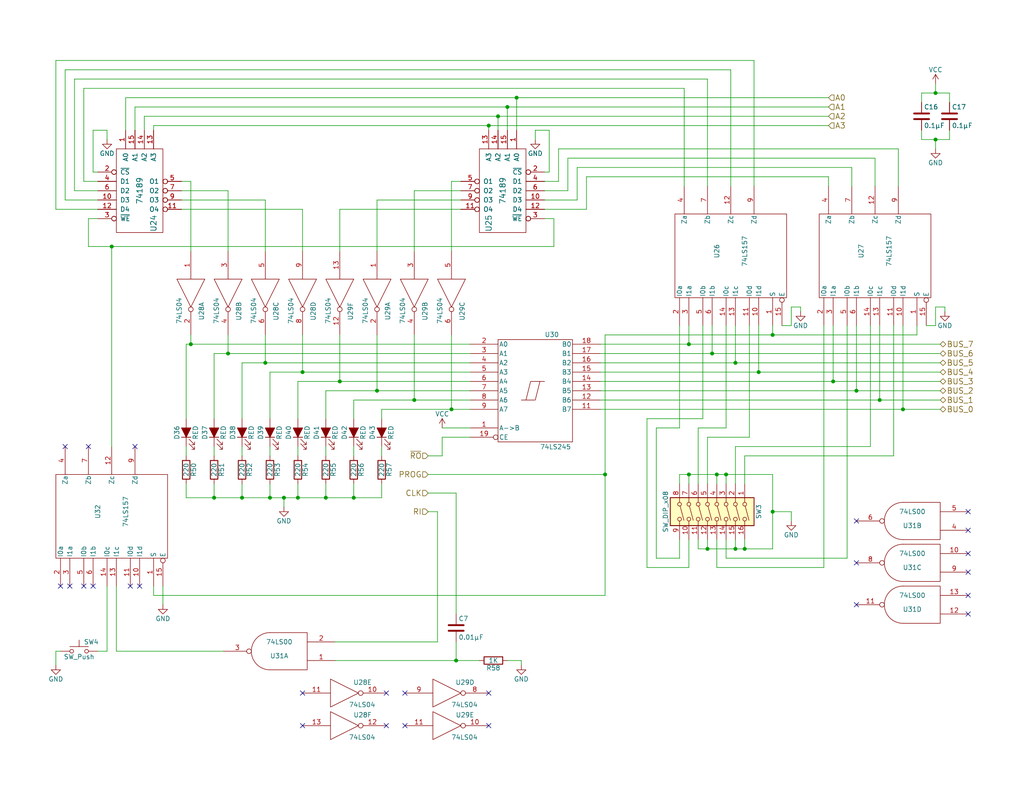
<source format=kicad_sch>
(kicad_sch (version 20230121) (generator eeschema)
  (paper "USLetter")
  (lib_symbols
    (symbol "8bit-computer-rescue:74189-8bit-computer-rescue" (pin_names (offset 1.016))
      (property "Reference" "U" (at 8.89 -3.81 0))
      (property "Value" "8bit-computer-rescue:74189" (at 0 0 0))
      (symbol "74189-8bit-computer-rescue_0_1"
        (rectangle (start -11.43 6.35) (end 11.43 -6.35))
      )
      (symbol "74189-8bit-computer-rescue_1_1"
        (pin input line (at -16.51 3.81 0) (length 5.08) (name "A0") (number "1"))
        (pin input line (at 2.54 11.43 270) (length 5.08) (name "D3") (number "10"))
        (pin output inverted (at 5.08 -11.43 90) (length 5.08) (name "O4") (number "11"))
        (pin input line (at 5.08 11.43 270) (length 5.08) (name "D4") (number "12"))
        (pin input line (at -16.51 -3.81 0) (length 5.08) (name "A3") (number "13"))
        (pin input line (at -16.51 -1.27 0) (length 5.08) (name "A2") (number "14"))
        (pin input line (at -16.51 1.27 0) (length 5.08) (name "A1") (number "15"))
        (pin power_in line (at 10.16 11.43 270) (length 5.08) hide (name "VCC") (number "16"))
        (pin input inverted (at -5.08 11.43 270) (length 5.08) (name "~{CS}") (number "2"))
        (pin input inverted (at 7.62 11.43 270) (length 5.08) (name "~{WE}") (number "3"))
        (pin input line (at -2.54 11.43 270) (length 5.08) (name "D1") (number "4"))
        (pin output inverted (at -2.54 -11.43 90) (length 5.08) (name "O1") (number "5"))
        (pin input line (at 0 11.43 270) (length 5.08) (name "D2") (number "6"))
        (pin output inverted (at 0 -11.43 90) (length 5.08) (name "O2") (number "7"))
        (pin power_in line (at 10.16 -11.43 90) (length 5.08) hide (name "GND") (number "8"))
        (pin output inverted (at 2.54 -11.43 90) (length 5.08) (name "O3") (number "9"))
      )
    )
    (symbol "8bit-computer-rescue:74LS00-8bit-computer-rescue" (pin_names (offset 0.762))
      (property "Reference" "U" (at 0 1.27 0))
      (property "Value" "8bit-computer-rescue:74LS00" (at 0 -2.54 0))
      (symbol "74LS00-8bit-computer-rescue_0_0"
        (pin power_in line (at -5.08 5.08 270) (length 0) hide (name "VCC") (number "14"))
        (pin power_in line (at -5.08 -5.08 90) (length 0) hide (name "GND") (number "7"))
      )
      (symbol "74LS00-8bit-computer-rescue_0_1"
        (polyline (pts (xy 2.54 5.08) (xy -7.62 5.08) (xy -7.62 -5.08) (xy 2.54 -5.08)))
        (arc (start 2.54 -5.08) (mid 7.5979 0) (end 2.54 5.08))
      )
      (symbol "74LS00-8bit-computer-rescue_0_2"
        (arc (start -7.62 -5.08) (mid -5.2253 0) (end -7.62 5.08))
        (arc (start 0 -5.08) (mid 4.5408 -3.6305) (end 7.62 0))
        (polyline (pts (xy -7.62 -5.08) (xy 0 -5.08)))
        (polyline (pts (xy -7.62 5.08) (xy 0 5.08)))
        (arc (start 7.62 0) (mid 4.5343 3.6226) (end 0 5.08))
      )
      (symbol "74LS00-8bit-computer-rescue_1_1"
        (pin input line (at -15.24 2.54 0) (length 7.62) (name "~") (number "1"))
        (pin input line (at -15.24 -2.54 0) (length 7.62) (name "~") (number "2"))
        (pin output inverted (at 15.24 0 180) (length 7.62) (name "~") (number "3"))
      )
      (symbol "74LS00-8bit-computer-rescue_1_2"
        (pin input inverted (at -15.24 2.54 0) (length 9.398) (name "~") (number "1"))
        (pin input inverted (at -15.24 -2.54 0) (length 9.398) (name "~") (number "2"))
        (pin output line (at 15.24 0 180) (length 7.62) (name "~") (number "3"))
      )
      (symbol "74LS00-8bit-computer-rescue_2_1"
        (pin input line (at -15.24 2.54 0) (length 7.62) (name "~") (number "4"))
        (pin input line (at -15.24 -2.54 0) (length 7.62) (name "~") (number "5"))
        (pin output inverted (at 15.24 0 180) (length 7.62) (name "~") (number "6"))
      )
      (symbol "74LS00-8bit-computer-rescue_2_2"
        (pin input inverted (at -15.24 2.54 0) (length 9.398) (name "~") (number "4"))
        (pin input inverted (at -15.24 -2.54 0) (length 9.398) (name "~") (number "5"))
        (pin output line (at 15.24 0 180) (length 7.62) (name "~") (number "6"))
      )
      (symbol "74LS00-8bit-computer-rescue_3_1"
        (pin input line (at -15.24 -2.54 0) (length 7.62) (name "~") (number "10"))
        (pin output inverted (at 15.24 0 180) (length 7.62) (name "~") (number "8"))
        (pin input line (at -15.24 2.54 0) (length 7.62) (name "~") (number "9"))
      )
      (symbol "74LS00-8bit-computer-rescue_3_2"
        (pin input inverted (at -15.24 -2.54 0) (length 9.398) (name "~") (number "10"))
        (pin output line (at 15.24 0 180) (length 7.62) (name "~") (number "8"))
        (pin input inverted (at -15.24 2.54 0) (length 9.398) (name "~") (number "9"))
      )
      (symbol "74LS00-8bit-computer-rescue_4_1"
        (pin output inverted (at 15.24 0 180) (length 7.62) (name "~") (number "11"))
        (pin input line (at -15.24 2.54 0) (length 7.62) (name "~") (number "12"))
        (pin input line (at -15.24 -2.54 0) (length 7.62) (name "~") (number "13"))
      )
      (symbol "74LS00-8bit-computer-rescue_4_2"
        (pin output line (at 15.24 0 180) (length 7.62) (name "~") (number "11"))
        (pin input inverted (at -15.24 2.54 0) (length 9.398) (name "~") (number "12"))
        (pin input inverted (at -15.24 -2.54 0) (length 9.398) (name "~") (number "13"))
      )
    )
    (symbol "8bit-computer-rescue:74LS04-8bit-computer-rescue" (pin_names (offset 0.762))
      (property "Reference" "U" (at 4.953 2.921 0))
      (property "Value" "8bit-computer-rescue:74LS04" (at 4.826 -3.175 0))
      (symbol "74LS04-8bit-computer-rescue_0_0"
        (polyline (pts (xy -3.81 3.81) (xy -3.81 -3.81) (xy 3.81 0) (xy -3.81 3.81)))
        (pin power_in line (at -1.27 2.54 90) (length 0) hide (name "VCC") (number "14"))
        (pin power_in line (at -1.27 -2.54 90) (length 0) hide (name "GND") (number "7"))
      )
      (symbol "74LS04-8bit-computer-rescue_1_1"
        (pin input line (at -11.43 0 0) (length 7.62) (name "~") (number "1"))
        (pin output inverted (at 11.43 0 180) (length 7.62) (name "~") (number "2"))
      )
      (symbol "74LS04-8bit-computer-rescue_1_2"
        (pin input inverted (at -11.43 0 0) (length 7.62) (name "~") (number "1"))
        (pin output line (at 11.43 0 180) (length 7.62) (name "~") (number "2"))
      )
      (symbol "74LS04-8bit-computer-rescue_2_1"
        (pin input line (at -11.43 0 0) (length 7.62) (name "~") (number "3"))
        (pin output inverted (at 11.43 0 180) (length 7.62) (name "~") (number "4"))
      )
      (symbol "74LS04-8bit-computer-rescue_2_2"
        (pin input inverted (at -11.43 0 0) (length 7.62) (name "~") (number "3"))
        (pin output line (at 11.43 0 180) (length 7.62) (name "~") (number "4"))
      )
      (symbol "74LS04-8bit-computer-rescue_3_1"
        (pin input line (at -11.43 0 0) (length 7.62) (name "~") (number "5"))
        (pin output inverted (at 11.43 0 180) (length 7.62) (name "~") (number "6"))
      )
      (symbol "74LS04-8bit-computer-rescue_3_2"
        (pin input inverted (at -11.43 0 0) (length 7.62) (name "~") (number "5"))
        (pin output line (at 11.43 0 180) (length 7.62) (name "~") (number "6"))
      )
      (symbol "74LS04-8bit-computer-rescue_4_1"
        (pin output inverted (at 11.43 0 180) (length 7.62) (name "~") (number "8"))
        (pin input line (at -11.43 0 0) (length 7.62) (name "~") (number "9"))
      )
      (symbol "74LS04-8bit-computer-rescue_4_2"
        (pin output line (at 11.43 0 180) (length 7.62) (name "~") (number "8"))
        (pin input inverted (at -11.43 0 0) (length 7.62) (name "~") (number "9"))
      )
      (symbol "74LS04-8bit-computer-rescue_5_1"
        (pin output inverted (at 11.43 0 180) (length 7.62) (name "~") (number "10"))
        (pin input line (at -11.43 0 0) (length 7.62) (name "~") (number "11"))
      )
      (symbol "74LS04-8bit-computer-rescue_5_2"
        (pin output line (at 11.43 0 180) (length 7.62) (name "~") (number "10"))
        (pin input inverted (at -11.43 0 0) (length 7.62) (name "~") (number "11"))
      )
      (symbol "74LS04-8bit-computer-rescue_6_1"
        (pin output inverted (at 11.43 0 180) (length 7.62) (name "~") (number "12"))
        (pin input line (at -11.43 0 0) (length 7.62) (name "~") (number "13"))
      )
      (symbol "74LS04-8bit-computer-rescue_6_2"
        (pin output line (at 11.43 0 180) (length 7.62) (name "~") (number "12"))
        (pin input inverted (at -11.43 0 0) (length 7.62) (name "~") (number "13"))
      )
    )
    (symbol "8bit-computer-rescue:74LS157-8bit-computer-rescue" (pin_names (offset 0.254))
      (property "Reference" "U" (at 1.27 3.81 0))
      (property "Value" "8bit-computer-rescue:74LS157" (at 1.27 -3.81 0))
      (symbol "74LS157-8bit-computer-rescue_0_0"
        (pin power_in line (at -8.89 15.24 90) (length 0) hide (name "VCC") (number "16"))
        (pin power_in line (at -8.89 -15.24 90) (length 0) hide (name "GND") (number "8"))
      )
      (symbol "74LS157-8bit-computer-rescue_0_1"
        (rectangle (start -11.43 15.24) (end 11.43 -15.24))
      )
      (symbol "74LS157-8bit-computer-rescue_1_1"
        (pin input line (at -19.05 -11.43 0) (length 7.62) (name "S") (number "1"))
        (pin input line (at -19.05 -7.62 0) (length 7.62) (name "I1d") (number "10"))
        (pin input line (at -19.05 -5.08 0) (length 7.62) (name "I0d") (number "11"))
        (pin output line (at 19.05 0 180) (length 7.62) (name "Zc") (number "12"))
        (pin input line (at -19.05 -1.27 0) (length 7.62) (name "I1c") (number "13"))
        (pin input line (at -19.05 1.27 0) (length 7.62) (name "I0c") (number "14"))
        (pin input inverted (at -19.05 -13.97 0) (length 7.62) (name "E") (number "15"))
        (pin input line (at -19.05 13.97 0) (length 7.62) (name "I0a") (number "2"))
        (pin input line (at -19.05 11.43 0) (length 7.62) (name "I1a") (number "3"))
        (pin output line (at 19.05 12.7 180) (length 7.62) (name "Za") (number "4"))
        (pin input line (at -19.05 7.62 0) (length 7.62) (name "I0b") (number "5"))
        (pin input line (at -19.05 5.08 0) (length 7.62) (name "I1b") (number "6"))
        (pin output line (at 19.05 6.35 180) (length 7.62) (name "Zb") (number "7"))
        (pin output line (at 19.05 -6.35 180) (length 7.62) (name "Zd") (number "9"))
      )
    )
    (symbol "8bit-computer-rescue:74LS245-8bit-computer-rescue" (pin_names (offset 0.254))
      (property "Reference" "U" (at 2.54 14.605 0))
      (property "Value" "8bit-computer-rescue:74LS245" (at 1.27 -14.605 0))
      (symbol "74LS245-8bit-computer-rescue_0_0"
        (pin power_in line (at 0 -13.97 90) (length 0) hide (name "GND") (number "10"))
        (pin power_in line (at 0 13.97 270) (length 0) hide (name "VCC") (number "20"))
      )
      (symbol "74LS245-8bit-computer-rescue_0_1"
        (rectangle (start -10.16 13.97) (end 10.16 -13.97))
        (polyline (pts (xy 1.27 2.54) (xy 0 -2.54) (xy -2.54 -2.54)))
        (polyline (pts (xy 2.54 2.54) (xy -1.27 2.54) (xy -2.54 -2.54) (xy -3.81 -2.54)))
      )
      (symbol "74LS245-8bit-computer-rescue_1_1"
        (pin input line (at -17.78 -10.16 0) (length 7.62) (name "A->B") (number "1"))
        (pin tri_state line (at 17.78 -5.08 180) (length 7.62) (name "B7") (number "11"))
        (pin tri_state line (at 17.78 -2.54 180) (length 7.62) (name "B6") (number "12"))
        (pin tri_state line (at 17.78 0 180) (length 7.62) (name "B5") (number "13"))
        (pin tri_state line (at 17.78 2.54 180) (length 7.62) (name "B4") (number "14"))
        (pin tri_state line (at 17.78 5.08 180) (length 7.62) (name "B3") (number "15"))
        (pin tri_state line (at 17.78 7.62 180) (length 7.62) (name "B2") (number "16"))
        (pin tri_state line (at 17.78 10.16 180) (length 7.62) (name "B1") (number "17"))
        (pin tri_state line (at 17.78 12.7 180) (length 7.62) (name "B0") (number "18"))
        (pin input inverted (at -17.78 -12.7 0) (length 7.62) (name "CE") (number "19"))
        (pin tri_state line (at -17.78 12.7 0) (length 7.62) (name "A0") (number "2"))
        (pin tri_state line (at -17.78 10.16 0) (length 7.62) (name "A1") (number "3"))
        (pin tri_state line (at -17.78 7.62 0) (length 7.62) (name "A2") (number "4"))
        (pin tri_state line (at -17.78 5.08 0) (length 7.62) (name "A3") (number "5"))
        (pin tri_state line (at -17.78 2.54 0) (length 7.62) (name "A4") (number "6"))
        (pin tri_state line (at -17.78 0 0) (length 7.62) (name "A5") (number "7"))
        (pin tri_state line (at -17.78 -2.54 0) (length 7.62) (name "A6") (number "8"))
        (pin tri_state line (at -17.78 -5.08 0) (length 7.62) (name "A7") (number "9"))
      )
    )
    (symbol "8bit-computer-rescue:LED_ALT-Device" (pin_numbers hide) (pin_names (offset 1.016) hide)
      (property "Reference" "D" (at 0 2.54 0))
      (property "Value" "Device:LED_ALT" (at 0 -2.54 0))
      (symbol "LED_ALT-Device_0_1"
        (polyline (pts (xy -1.27 -1.27) (xy -1.27 1.27)) (stroke (width 0.2032)))
        (polyline (pts (xy -1.27 0) (xy 1.27 0)))
        (polyline (pts (xy 1.27 -1.27) (xy 1.27 1.27) (xy -1.27 0) (xy 1.27 -1.27)) (stroke (width 0.2032)) (fill (type outline)))
        (polyline (pts (xy -3.048 -0.762) (xy -4.572 -2.286) (xy -3.81 -2.286) (xy -4.572 -2.286) (xy -4.572 -1.524)))
        (polyline (pts (xy -1.778 -0.762) (xy -3.302 -2.286) (xy -2.54 -2.286) (xy -3.302 -2.286) (xy -3.302 -1.524)))
      )
      (symbol "LED_ALT-Device_1_1"
        (pin passive line (at -3.81 0 0) (length 2.54) (name "K") (number "1"))
        (pin passive line (at 3.81 0 180) (length 2.54) (name "A") (number "2"))
      )
    )
    (symbol "8bit-computer-rescue:SW_DIP_x08-8bit-computer-rescue" (pin_names (offset 0) hide)
      (property "Reference" "SW" (at 0 13.97 0))
      (property "Value" "8bit-computer-rescue:SW_DIP_x08" (at 0 -11.43 0))
      (symbol "SW_DIP_x08-8bit-computer-rescue_0_0"
        (circle (center -2.032 -7.62) (radius 0.508))
        (circle (center -2.032 -5.08) (radius 0.508))
        (circle (center -2.032 -2.54) (radius 0.508))
        (circle (center -2.032 0) (radius 0.508))
        (circle (center -2.032 2.54) (radius 0.508))
        (circle (center -2.032 5.08) (radius 0.508))
        (circle (center -2.032 7.62) (radius 0.508))
        (circle (center -2.032 10.16) (radius 0.508))
        (polyline (pts (xy -1.524 -7.4676) (xy 2.3622 -6.4262)))
        (polyline (pts (xy -1.524 -4.9276) (xy 2.3622 -3.8862)))
        (polyline (pts (xy -1.524 -2.3876) (xy 2.3622 -1.3462)))
        (polyline (pts (xy -1.524 0.127) (xy 2.3622 1.1684)))
        (polyline (pts (xy -1.524 2.667) (xy 2.3622 3.7084)))
        (polyline (pts (xy -1.524 5.207) (xy 2.3622 6.2484)))
        (polyline (pts (xy -1.524 7.747) (xy 2.3622 8.7884)))
        (polyline (pts (xy -1.524 10.287) (xy 2.3622 11.3284)))
        (circle (center 2.032 -7.62) (radius 0.508))
        (circle (center 2.032 -5.08) (radius 0.508))
        (circle (center 2.032 -2.54) (radius 0.508))
        (circle (center 2.032 0) (radius 0.508))
        (circle (center 2.032 2.54) (radius 0.508))
        (circle (center 2.032 5.08) (radius 0.508))
        (circle (center 2.032 7.62) (radius 0.508))
        (circle (center 2.032 10.16) (radius 0.508))
      )
      (symbol "SW_DIP_x08-8bit-computer-rescue_0_1"
        (rectangle (start -3.81 12.7) (end 3.81 -10.16) (stroke (width 0.254)) (fill (type background)))
      )
      (symbol "SW_DIP_x08-8bit-computer-rescue_1_1"
        (pin passive line (at -7.62 10.16 0) (length 5.08) (name "~") (number "1"))
        (pin passive line (at 7.62 -5.08 180) (length 5.08) (name "~") (number "10"))
        (pin passive line (at 7.62 -2.54 180) (length 5.08) (name "~") (number "11"))
        (pin passive line (at 7.62 0 180) (length 5.08) (name "~") (number "12"))
        (pin passive line (at 7.62 2.54 180) (length 5.08) (name "~") (number "13"))
        (pin passive line (at 7.62 5.08 180) (length 5.08) (name "~") (number "14"))
        (pin passive line (at 7.62 7.62 180) (length 5.08) (name "~") (number "15"))
        (pin passive line (at 7.62 10.16 180) (length 5.08) (name "~") (number "16"))
        (pin passive line (at -7.62 7.62 0) (length 5.08) (name "~") (number "2"))
        (pin passive line (at -7.62 5.08 0) (length 5.08) (name "~") (number "3"))
        (pin passive line (at -7.62 2.54 0) (length 5.08) (name "~") (number "4"))
        (pin passive line (at -7.62 0 0) (length 5.08) (name "~") (number "5"))
        (pin passive line (at -7.62 -2.54 0) (length 5.08) (name "~") (number "6"))
        (pin passive line (at -7.62 -5.08 0) (length 5.08) (name "~") (number "7"))
        (pin passive line (at -7.62 -7.62 0) (length 5.08) (name "~") (number "8"))
        (pin passive line (at 7.62 -7.62 180) (length 5.08) (name "~") (number "9"))
      )
    )
    (symbol "8bit-computer-rescue:SW_Push-8bit-computer-rescue" (pin_numbers hide) (pin_names (offset 1.016) hide)
      (property "Reference" "SW" (at 1.27 2.54 0))
      (property "Value" "8bit-computer-rescue:SW_Push" (at 0 -1.524 0))
      (symbol "SW_Push-8bit-computer-rescue_0_1"
        (circle (center -2.032 0) (radius 0.508))
        (polyline (pts (xy 0 1.27) (xy 0 3.048)))
        (polyline (pts (xy 2.54 1.27) (xy -2.54 1.27)))
        (circle (center 2.032 0) (radius 0.508))
        (pin passive line (at -5.08 0 0) (length 2.54) (name "1") (number "1"))
        (pin passive line (at 5.08 0 180) (length 2.54) (name "2") (number "2"))
      )
    )
    (symbol "Device:C" (pin_numbers hide) (pin_names (offset 0.254))
      (property "Reference" "C" (at 0.635 2.54 0))
      (property "Value" "C" (at 0.635 -2.54 0))
      (symbol "C_0_1"
        (polyline (pts (xy -2.032 -0.762) (xy 2.032 -0.762)) (stroke (width 0.508)))
        (polyline (pts (xy -2.032 0.762) (xy 2.032 0.762)) (stroke (width 0.508)))
      )
      (symbol "C_1_1"
        (pin passive line (at 0 3.81 270) (length 2.794) (name "~") (number "1"))
        (pin passive line (at 0 -3.81 90) (length 2.794) (name "~") (number "2"))
      )
    )
    (symbol "Device:R" (pin_numbers hide) (pin_names (offset 0))
      (property "Reference" "R" (at 2.032 0 90))
      (property "Value" "R" (at 0 0 90))
      (symbol "R_0_1"
        (rectangle (start -1.016 -2.54) (end 1.016 2.54) (stroke (width 0.254)))
      )
      (symbol "R_1_1"
        (pin passive line (at 0 3.81 270) (length 1.27) (name "~") (number "1"))
        (pin passive line (at 0 -3.81 90) (length 1.27) (name "~") (number "2"))
      )
    )
    (symbol "power:GND" (power) (pin_names (offset 0))
      (property "Value" "GND" (at 0 -3.81 0))
      (symbol "GND_0_1"
        (polyline (pts (xy 0 0) (xy 0 -1.27) (xy 1.27 -1.27) (xy 0 -2.54) (xy -1.27 -1.27) (xy 0 -1.27)))
      )
      (symbol "GND_1_1"
        (pin power_in line (at 0 0 270) (length 0) hide (name "GND") (number "1"))
      )
    )
    (symbol "power:VCC" (power) (pin_names (offset 0))
      (property "Value" "VCC" (at 0 3.81 0))
      (symbol "VCC_0_1"
        (polyline (pts (xy -0.762 1.27) (xy 0 2.54)))
        (polyline (pts (xy 0 0) (xy 0 2.54)))
        (polyline (pts (xy 0 2.54) (xy 0.762 1.27)))
      )
      (symbol "VCC_1_1"
        (pin power_in line (at 0 0 90) (length 0) hide (name "VCC") (number "1"))
      )
    )
  )
  (junction (at 102.87 106.68))
  (junction (at 203.2 149.86))
  (junction (at 198.12 129.54))
  (junction (at 30.48 67.31))
  (junction (at 72.39 99.06))
  (junction (at 52.07 93.98))
  (junction (at 200.66 149.86))
  (junction (at 227.33 104.14))
  (junction (at 96.52 135.89))
  (junction (at 255.27 25.4))
  (junction (at 82.55 101.6))
  (junction (at 240.03 109.22))
  (junction (at 207.01 101.6))
  (junction (at 193.04 149.86))
  (junction (at 133.35 34.29))
  (junction (at 124.46 180.34))
  (junction (at 113.03 109.22))
  (junction (at 187.96 129.54))
  (junction (at 81.28 135.89))
  (junction (at 195.58 129.54))
  (junction (at 77.47 135.89))
  (junction (at 210.82 139.7))
  (junction (at 255.27 38.1))
  (junction (at 135.89 31.75))
  (junction (at 200.66 99.06))
  (junction (at 194.31 96.52))
  (junction (at 246.38 111.76))
  (junction (at 123.19 111.76))
  (junction (at 58.42 135.89))
  (junction (at 187.96 93.98))
  (junction (at 210.82 91.44))
  (junction (at 73.66 135.89))
  (junction (at 88.9 135.89))
  (junction (at 165.1 129.54))
  (junction (at 138.43 29.21))
  (junction (at 62.23 96.52))
  (junction (at 140.97 26.67))
  (junction (at 92.71 104.14))
  (junction (at 233.68 106.68))
  (junction (at 66.04 135.89))
  (no_connect (at 82.55 198.12))
  (no_connect (at 133.35 189.23))
  (no_connect (at 264.16 151.13))
  (no_connect (at 233.68 153.67))
  (no_connect (at 264.16 144.78))
  (no_connect (at 264.16 156.21))
  (no_connect (at 110.49 189.23))
  (no_connect (at 264.16 139.7))
  (no_connect (at 233.68 142.24))
  (no_connect (at 105.41 198.12))
  (no_connect (at 22.86 160.02))
  (no_connect (at 233.68 165.1))
  (no_connect (at 36.83 121.92))
  (no_connect (at 17.78 121.92))
  (no_connect (at 19.05 160.02))
  (no_connect (at 82.55 189.23))
  (no_connect (at 264.16 162.56))
  (no_connect (at 38.1 160.02))
  (no_connect (at 25.4 160.02))
  (no_connect (at 16.51 160.02))
  (no_connect (at 24.13 121.92))
  (no_connect (at 105.41 189.23))
  (no_connect (at 264.16 167.64))
  (no_connect (at 110.49 198.12))
  (no_connect (at 133.35 198.12))
  (no_connect (at 35.56 160.02))
  (wire (pts (xy 135.89 31.75) (xy 226.06 31.75)))
  (wire (pts (xy 207.01 101.6) (xy 207.01 88.9)))
  (wire (pts (xy 187.96 147.32) (xy 187.96 154.94)))
  (wire (pts (xy 224.79 154.94) (xy 224.79 88.9)))
  (wire (pts (xy 135.89 31.75) (xy 135.89 35.56)))
  (wire (pts (xy 243.84 124.46) (xy 203.2 124.46)))
  (wire (pts (xy 163.83 101.6) (xy 207.01 101.6)))
  (wire (pts (xy 218.44 83.82) (xy 218.44 85.09)))
  (wire (pts (xy 165.1 91.44) (xy 165.1 129.54)))
  (wire (pts (xy 113.03 52.07) (xy 125.73 52.07)))
  (wire (pts (xy 227.33 104.14) (xy 256.54 104.14)))
  (wire (pts (xy 154.94 52.07) (xy 154.94 43.18)))
  (wire (pts (xy 176.53 154.94) (xy 176.53 114.3)))
  (wire (pts (xy 226.06 50.8) (xy 226.06 48.26)))
  (wire (pts (xy 215.9 139.7) (xy 215.9 142.24)))
  (wire (pts (xy 113.03 109.22) (xy 128.27 109.22)))
  (wire (pts (xy 96.52 121.92) (xy 96.52 124.46)))
  (wire (pts (xy 210.82 129.54) (xy 210.82 139.7)))
  (wire (pts (xy 82.55 101.6) (xy 128.27 101.6)))
  (wire (pts (xy 194.31 96.52) (xy 194.31 88.9)))
  (wire (pts (xy 24.13 67.31) (xy 24.13 59.69)))
  (wire (pts (xy 232.41 45.72) (xy 232.41 50.8)))
  (wire (pts (xy 92.71 57.15) (xy 125.73 57.15)))
  (wire (pts (xy 152.4 40.64) (xy 152.4 49.53)))
  (wire (pts (xy 125.73 49.53) (xy 123.19 49.53)))
  (wire (pts (xy 73.66 132.08) (xy 73.66 135.89)))
  (wire (pts (xy 237.49 88.9) (xy 237.49 121.92)))
  (wire (pts (xy 198.12 132.08) (xy 198.12 129.54)))
  (wire (pts (xy 73.66 101.6) (xy 82.55 101.6)))
  (wire (pts (xy 41.91 162.56) (xy 41.91 160.02)))
  (wire (pts (xy 123.19 111.76) (xy 128.27 111.76)))
  (wire (pts (xy 88.9 106.68) (xy 102.87 106.68)))
  (wire (pts (xy 58.42 121.92) (xy 58.42 124.46)))
  (wire (pts (xy 24.13 59.69) (xy 26.67 59.69)))
  (wire (pts (xy 198.12 147.32) (xy 198.12 152.4)))
  (wire (pts (xy 226.06 48.26) (xy 160.02 48.26)))
  (wire (pts (xy 200.66 99.06) (xy 256.54 99.06)))
  (wire (pts (xy 22.86 49.53) (xy 26.67 49.53)))
  (wire (pts (xy 81.28 121.92) (xy 81.28 124.46)))
  (wire (pts (xy 195.58 147.32) (xy 195.58 154.94)))
  (wire (pts (xy 157.48 54.61) (xy 157.48 45.72)))
  (wire (pts (xy 104.14 111.76) (xy 104.14 114.3)))
  (wire (pts (xy 204.47 119.38) (xy 204.47 88.9)))
  (wire (pts (xy 58.42 96.52) (xy 62.23 96.52)))
  (wire (pts (xy 81.28 104.14) (xy 81.28 114.3)))
  (wire (pts (xy 96.52 109.22) (xy 96.52 114.3)))
  (wire (pts (xy 193.04 132.08) (xy 193.04 119.38)))
  (wire (pts (xy 49.53 54.61) (xy 72.39 54.61)))
  (wire (pts (xy 102.87 54.61) (xy 102.87 68.58)))
  (wire (pts (xy 72.39 99.06) (xy 128.27 99.06)))
  (wire (pts (xy 187.96 154.94) (xy 176.53 154.94)))
  (wire (pts (xy 116.84 124.46) (xy 120.65 124.46)))
  (wire (pts (xy 246.38 111.76) (xy 256.54 111.76)))
  (wire (pts (xy 255.27 38.1) (xy 259.08 38.1)))
  (wire (pts (xy 82.55 57.15) (xy 82.55 68.58)))
  (wire (pts (xy 17.78 19.05) (xy 17.78 54.61)))
  (wire (pts (xy 39.37 35.56) (xy 39.37 31.75)))
  (wire (pts (xy 62.23 91.44) (xy 62.23 96.52)))
  (wire (pts (xy 187.96 93.98) (xy 256.54 93.98)))
  (wire (pts (xy 123.19 91.44) (xy 123.19 111.76)))
  (wire (pts (xy 185.42 88.9) (xy 185.42 116.84)))
  (wire (pts (xy 203.2 147.32) (xy 203.2 149.86)))
  (wire (pts (xy 255.27 25.4) (xy 259.08 25.4)))
  (wire (pts (xy 22.86 24.13) (xy 186.69 24.13)))
  (wire (pts (xy 52.07 49.53) (xy 52.07 68.58)))
  (wire (pts (xy 195.58 154.94) (xy 224.79 154.94)))
  (wire (pts (xy 259.08 38.1) (xy 259.08 35.56)))
  (wire (pts (xy 213.36 88.9) (xy 215.9 88.9)))
  (wire (pts (xy 17.78 54.61) (xy 26.67 54.61)))
  (wire (pts (xy 163.83 99.06) (xy 200.66 99.06)))
  (wire (pts (xy 66.04 135.89) (xy 73.66 135.89)))
  (wire (pts (xy 29.21 35.56) (xy 29.21 38.1)))
  (wire (pts (xy 15.24 57.15) (xy 26.67 57.15)))
  (wire (pts (xy 146.05 38.1) (xy 146.05 35.56)))
  (wire (pts (xy 193.04 149.86) (xy 190.5 149.86)))
  (wire (pts (xy 113.03 91.44) (xy 113.03 109.22)))
  (wire (pts (xy 138.43 29.21) (xy 226.06 29.21)))
  (wire (pts (xy 66.04 121.92) (xy 66.04 124.46)))
  (wire (pts (xy 157.48 45.72) (xy 232.41 45.72)))
  (wire (pts (xy 62.23 96.52) (xy 128.27 96.52)))
  (wire (pts (xy 49.53 52.07) (xy 62.23 52.07)))
  (wire (pts (xy 58.42 135.89) (xy 66.04 135.89)))
  (wire (pts (xy 138.43 180.34) (xy 142.24 180.34)))
  (wire (pts (xy 200.66 99.06) (xy 200.66 88.9)))
  (wire (pts (xy 210.82 139.7) (xy 215.9 139.7)))
  (wire (pts (xy 26.67 46.99) (xy 25.4 46.99)))
  (wire (pts (xy 246.38 111.76) (xy 246.38 88.9)))
  (wire (pts (xy 240.03 109.22) (xy 256.54 109.22)))
  (wire (pts (xy 199.39 19.05) (xy 199.39 50.8)))
  (wire (pts (xy 22.86 24.13) (xy 22.86 49.53)))
  (wire (pts (xy 243.84 88.9) (xy 243.84 124.46)))
  (wire (pts (xy 203.2 124.46) (xy 203.2 132.08)))
  (wire (pts (xy 210.82 139.7) (xy 210.82 149.86)))
  (wire (pts (xy 237.49 121.92) (xy 200.66 121.92)))
  (wire (pts (xy 133.35 34.29) (xy 133.35 35.56)))
  (wire (pts (xy 73.66 121.92) (xy 73.66 124.46)))
  (wire (pts (xy 163.83 109.22) (xy 240.03 109.22)))
  (wire (pts (xy 163.83 111.76) (xy 246.38 111.76)))
  (wire (pts (xy 179.07 116.84) (xy 179.07 152.4)))
  (wire (pts (xy 250.19 91.44) (xy 250.19 88.9)))
  (wire (pts (xy 227.33 104.14) (xy 227.33 88.9)))
  (wire (pts (xy 251.46 35.56) (xy 251.46 38.1)))
  (wire (pts (xy 58.42 132.08) (xy 58.42 135.89)))
  (wire (pts (xy 66.04 99.06) (xy 66.04 114.3)))
  (wire (pts (xy 198.12 152.4) (xy 231.14 152.4)))
  (wire (pts (xy 102.87 91.44) (xy 102.87 106.68)))
  (wire (pts (xy 190.5 132.08) (xy 190.5 116.84)))
  (wire (pts (xy 152.4 40.64) (xy 245.11 40.64)))
  (wire (pts (xy 255.27 88.9) (xy 255.27 83.82)))
  (wire (pts (xy 185.42 116.84) (xy 179.07 116.84)))
  (wire (pts (xy 104.14 121.92) (xy 104.14 124.46)))
  (wire (pts (xy 25.4 35.56) (xy 29.21 35.56)))
  (wire (pts (xy 96.52 135.89) (xy 104.14 135.89)))
  (wire (pts (xy 116.84 139.7) (xy 119.38 139.7)))
  (wire (pts (xy 41.91 34.29) (xy 133.35 34.29)))
  (wire (pts (xy 163.83 93.98) (xy 187.96 93.98)))
  (wire (pts (xy 104.14 111.76) (xy 123.19 111.76)))
  (wire (pts (xy 193.04 147.32) (xy 193.04 149.86)))
  (wire (pts (xy 193.04 21.59) (xy 193.04 50.8)))
  (wire (pts (xy 73.66 135.89) (xy 77.47 135.89)))
  (wire (pts (xy 185.42 152.4) (xy 185.42 147.32)))
  (wire (pts (xy 49.53 49.53) (xy 52.07 49.53)))
  (wire (pts (xy 52.07 91.44) (xy 52.07 93.98)))
  (wire (pts (xy 238.76 43.18) (xy 238.76 50.8)))
  (wire (pts (xy 72.39 54.61) (xy 72.39 68.58)))
  (wire (pts (xy 73.66 101.6) (xy 73.66 114.3)))
  (wire (pts (xy 102.87 106.68) (xy 128.27 106.68)))
  (wire (pts (xy 146.05 35.56) (xy 149.86 35.56)))
  (wire (pts (xy 210.82 91.44) (xy 250.19 91.44)))
  (wire (pts (xy 138.43 29.21) (xy 138.43 35.56)))
  (wire (pts (xy 251.46 38.1) (xy 255.27 38.1)))
  (wire (pts (xy 66.04 132.08) (xy 66.04 135.89)))
  (wire (pts (xy 255.27 83.82) (xy 257.81 83.82)))
  (wire (pts (xy 200.66 149.86) (xy 193.04 149.86)))
  (wire (pts (xy 120.65 124.46) (xy 120.65 119.38)))
  (wire (pts (xy 151.13 67.31) (xy 30.48 67.31)))
  (wire (pts (xy 205.74 16.51) (xy 205.74 50.8)))
  (wire (pts (xy 20.32 52.07) (xy 26.67 52.07)))
  (wire (pts (xy 29.21 177.8) (xy 29.21 160.02)))
  (wire (pts (xy 113.03 52.07) (xy 113.03 68.58)))
  (wire (pts (xy 66.04 99.06) (xy 72.39 99.06)))
  (wire (pts (xy 133.35 34.29) (xy 226.06 34.29)))
  (wire (pts (xy 88.9 132.08) (xy 88.9 135.89)))
  (wire (pts (xy 62.23 52.07) (xy 62.23 68.58)))
  (wire (pts (xy 88.9 121.92) (xy 88.9 124.46)))
  (wire (pts (xy 163.83 96.52) (xy 194.31 96.52)))
  (wire (pts (xy 31.75 160.02) (xy 31.75 177.8)))
  (wire (pts (xy 149.86 46.99) (xy 148.59 46.99)))
  (wire (pts (xy 58.42 96.52) (xy 58.42 114.3)))
  (wire (pts (xy 200.66 121.92) (xy 200.66 132.08)))
  (wire (pts (xy 186.69 24.13) (xy 186.69 50.8)))
  (wire (pts (xy 255.27 38.1) (xy 255.27 40.64)))
  (wire (pts (xy 49.53 57.15) (xy 82.55 57.15)))
  (wire (pts (xy 152.4 49.53) (xy 148.59 49.53)))
  (wire (pts (xy 34.29 26.67) (xy 140.97 26.67)))
  (wire (pts (xy 160.02 48.26) (xy 160.02 57.15)))
  (wire (pts (xy 190.5 116.84) (xy 198.12 116.84)))
  (wire (pts (xy 30.48 121.92) (xy 30.48 67.31)))
  (wire (pts (xy 77.47 138.43) (xy 77.47 135.89)))
  (wire (pts (xy 148.59 52.07) (xy 154.94 52.07)))
  (wire (pts (xy 233.68 106.68) (xy 256.54 106.68)))
  (wire (pts (xy 16.51 177.8) (xy 15.24 177.8)))
  (wire (pts (xy 120.65 119.38) (xy 128.27 119.38)))
  (wire (pts (xy 200.66 147.32) (xy 200.66 149.86)))
  (wire (pts (xy 251.46 25.4) (xy 255.27 25.4)))
  (wire (pts (xy 96.52 132.08) (xy 96.52 135.89)))
  (wire (pts (xy 255.27 22.86) (xy 255.27 25.4)))
  (wire (pts (xy 151.13 59.69) (xy 151.13 67.31)))
  (wire (pts (xy 102.87 54.61) (xy 125.73 54.61)))
  (wire (pts (xy 34.29 26.67) (xy 34.29 35.56)))
  (wire (pts (xy 96.52 109.22) (xy 113.03 109.22)))
  (wire (pts (xy 52.07 93.98) (xy 128.27 93.98)))
  (wire (pts (xy 15.24 177.8) (xy 15.24 181.61)))
  (wire (pts (xy 44.45 160.02) (xy 44.45 165.1)))
  (wire (pts (xy 50.8 132.08) (xy 50.8 135.89)))
  (wire (pts (xy 190.5 149.86) (xy 190.5 147.32)))
  (wire (pts (xy 36.83 29.21) (xy 138.43 29.21)))
  (wire (pts (xy 163.83 106.68) (xy 233.68 106.68)))
  (wire (pts (xy 245.11 40.64) (xy 245.11 50.8)))
  (wire (pts (xy 191.77 114.3) (xy 191.77 88.9)))
  (wire (pts (xy 179.07 152.4) (xy 185.42 152.4)))
  (wire (pts (xy 81.28 135.89) (xy 88.9 135.89)))
  (wire (pts (xy 77.47 135.89) (xy 81.28 135.89)))
  (wire (pts (xy 26.67 177.8) (xy 29.21 177.8)))
  (wire (pts (xy 187.96 132.08) (xy 187.96 129.54)))
  (wire (pts (xy 165.1 162.56) (xy 41.91 162.56)))
  (wire (pts (xy 194.31 96.52) (xy 256.54 96.52)))
  (wire (pts (xy 215.9 88.9) (xy 215.9 83.82)))
  (wire (pts (xy 140.97 26.67) (xy 226.06 26.67)))
  (wire (pts (xy 88.9 135.89) (xy 96.52 135.89)))
  (wire (pts (xy 198.12 116.84) (xy 198.12 88.9)))
  (wire (pts (xy 92.71 104.14) (xy 128.27 104.14)))
  (wire (pts (xy 207.01 101.6) (xy 256.54 101.6)))
  (wire (pts (xy 92.71 57.15) (xy 92.71 68.58)))
  (wire (pts (xy 25.4 46.99) (xy 25.4 35.56)))
  (wire (pts (xy 210.82 91.44) (xy 210.82 88.9)))
  (wire (pts (xy 259.08 25.4) (xy 259.08 27.94)))
  (wire (pts (xy 142.24 180.34) (xy 142.24 181.61)))
  (wire (pts (xy 104.14 135.89) (xy 104.14 132.08)))
  (wire (pts (xy 17.78 19.05) (xy 199.39 19.05)))
  (wire (pts (xy 39.37 31.75) (xy 135.89 31.75)))
  (wire (pts (xy 187.96 129.54) (xy 195.58 129.54)))
  (wire (pts (xy 119.38 139.7) (xy 119.38 175.26)))
  (wire (pts (xy 124.46 180.34) (xy 124.46 175.26)))
  (wire (pts (xy 50.8 121.92) (xy 50.8 124.46)))
  (wire (pts (xy 231.14 88.9) (xy 231.14 152.4)))
  (wire (pts (xy 50.8 135.89) (xy 58.42 135.89)))
  (wire (pts (xy 88.9 106.68) (xy 88.9 114.3)))
  (wire (pts (xy 72.39 91.44) (xy 72.39 99.06)))
  (wire (pts (xy 210.82 149.86) (xy 203.2 149.86)))
  (wire (pts (xy 149.86 35.56) (xy 149.86 46.99)))
  (wire (pts (xy 185.42 129.54) (xy 187.96 129.54)))
  (wire (pts (xy 187.96 93.98) (xy 187.96 88.9)))
  (wire (pts (xy 82.55 91.44) (xy 82.55 101.6)))
  (wire (pts (xy 215.9 83.82) (xy 218.44 83.82)))
  (wire (pts (xy 91.44 180.34) (xy 124.46 180.34)))
  (wire (pts (xy 257.81 83.82) (xy 257.81 85.09)))
  (wire (pts (xy 124.46 134.62) (xy 124.46 167.64)))
  (wire (pts (xy 148.59 57.15) (xy 160.02 57.15)))
  (wire (pts (xy 81.28 104.14) (xy 92.71 104.14)))
  (wire (pts (xy 50.8 93.98) (xy 50.8 114.3)))
  (wire (pts (xy 31.75 177.8) (xy 60.96 177.8)))
  (wire (pts (xy 123.19 49.53) (xy 123.19 68.58)))
  (wire (pts (xy 193.04 119.38) (xy 204.47 119.38)))
  (wire (pts (xy 252.73 88.9) (xy 255.27 88.9)))
  (wire (pts (xy 30.48 67.31) (xy 24.13 67.31)))
  (wire (pts (xy 198.12 129.54) (xy 210.82 129.54)))
  (wire (pts (xy 92.71 91.44) (xy 92.71 104.14)))
  (wire (pts (xy 140.97 35.56) (xy 140.97 26.67)))
  (wire (pts (xy 251.46 25.4) (xy 251.46 27.94)))
  (wire (pts (xy 119.38 175.26) (xy 91.44 175.26)))
  (wire (pts (xy 120.65 116.84) (xy 128.27 116.84)))
  (wire (pts (xy 50.8 93.98) (xy 52.07 93.98)))
  (wire (pts (xy 185.42 132.08) (xy 185.42 129.54)))
  (wire (pts (xy 148.59 54.61) (xy 157.48 54.61)))
  (wire (pts (xy 195.58 132.08) (xy 195.58 129.54)))
  (wire (pts (xy 116.84 129.54) (xy 165.1 129.54)))
  (wire (pts (xy 176.53 114.3) (xy 191.77 114.3)))
  (wire (pts (xy 203.2 149.86) (xy 200.66 149.86)))
  (wire (pts (xy 124.46 180.34) (xy 130.81 180.34)))
  (wire (pts (xy 165.1 129.54) (xy 165.1 162.56)))
  (wire (pts (xy 148.59 59.69) (xy 151.13 59.69)))
  (wire (pts (xy 116.84 134.62) (xy 124.46 134.62)))
  (wire (pts (xy 20.32 21.59) (xy 20.32 52.07)))
  (wire (pts (xy 15.24 16.51) (xy 205.74 16.51)))
  (wire (pts (xy 154.94 43.18) (xy 238.76 43.18)))
  (wire (pts (xy 193.04 21.59) (xy 20.32 21.59)))
  (wire (pts (xy 195.58 129.54) (xy 198.12 129.54)))
  (wire (pts (xy 240.03 109.22) (xy 240.03 88.9)))
  (wire (pts (xy 36.83 35.56) (xy 36.83 29.21)))
  (wire (pts (xy 15.24 16.51) (xy 15.24 57.15)))
  (wire (pts (xy 41.91 35.56) (xy 41.91 34.29)))
  (wire (pts (xy 81.28 132.08) (xy 81.28 135.89)))
  (wire (pts (xy 233.68 106.68) (xy 233.68 88.9)))
  (wire (pts (xy 163.83 104.14) (xy 227.33 104.14)))
  (wire (pts (xy 165.1 91.44) (xy 210.82 91.44)))
  (hierarchical_label "~{RO}" (shape input) (at 116.84 124.46 180) (effects (font (size 1.524 1.524))))
  (hierarchical_label "BUS_5" (shape bidirectional) (at 256.54 99.06 0) (effects (font (size 1.524 1.524))))
  (hierarchical_label "CLK" (shape input) (at 116.84 134.62 180) (effects (font (size 1.524 1.524))))
  (hierarchical_label "BUS_3" (shape bidirectional) (at 256.54 104.14 0) (effects (font (size 1.524 1.524))))
  (hierarchical_label "A1" (shape input) (at 226.06 29.21 0) (effects (font (size 1.524 1.524))))
  (hierarchical_label "BUS_1" (shape bidirectional) (at 256.54 109.22 0) (effects (font (size 1.524 1.524))))
  (hierarchical_label "BUS_6" (shape bidirectional) (at 256.54 96.52 0) (effects (font (size 1.524 1.524))))
  (hierarchical_label "PROG" (shape input) (at 116.84 129.54 180) (effects (font (size 1.524 1.524))))
  (hierarchical_label "BUS_2" (shape bidirectional) (at 256.54 106.68 0) (effects (font (size 1.524 1.524))))
  (hierarchical_label "A0" (shape input) (at 226.06 26.67 0) (effects (font (size 1.524 1.524))))
  (hierarchical_label "BUS_4" (shape bidirectional) (at 256.54 101.6 0) (effects (font (size 1.524 1.524))))
  (hierarchical_label "RI" (shape input) (at 116.84 139.7 180) (effects (font (size 1.524 1.524))))
  (hierarchical_label "BUS_0" (shape bidirectional) (at 256.54 111.76 0) (effects (font (size 1.524 1.524))))
  (hierarchical_label "A2" (shape input) (at 226.06 31.75 0) (effects (font (size 1.524 1.524))))
  (hierarchical_label "A3" (shape input) (at 226.06 34.29 0) (effects (font (size 1.524 1.524))))
  (hierarchical_label "BUS_7" (shape bidirectional) (at 256.54 93.98 0) (effects (font (size 1.524 1.524))))
  (symbol (lib_id "8bit-computer-rescue:74189-8bit-computer-rescue") (at 38.1 52.07 90) (mirror x) (unit 1)
    (property "Reference" "U24" (at 41.91 60.96 0) (effects (font (size 1.524 1.524))))
    (property "Value" "74189" (at 38.1 52.07 0) (effects (font (size 1.524 1.524))))
    (property "Footprint" "Package_DIP:DIP-16_W7.62mm" (effects hide))
  )
  (symbol (lib_id "8bit-computer-rescue:74189-8bit-computer-rescue") (at 137.16 52.07 270) (unit 1)
    (property "Reference" "U25" (at 133.35 60.96 0) (effects (font (size 1.524 1.524))))
    (property "Value" "74189" (at 137.16 52.07 0) (effects (font (size 1.524 1.524))))
    (property "Footprint" "Package_DIP:DIP-16_W7.62mm" (effects hide))
  )
  (symbol (lib_id "8bit-computer-rescue:74LS04-8bit-computer-rescue") (at 52.07 80.01 270) (unit 1)
    (property "Reference" "U28" (at 54.991 84.963 0))
    (property "Value" "74LS04" (at 48.895 84.836 0))
    (property "Footprint" "Package_DIP:DIP-14_W7.62mm" (effects hide))
  )
  (symbol (lib_id "8bit-computer-rescue:74LS04-8bit-computer-rescue") (at 62.23 80.01 270) (unit 2)
    (property "Reference" "U28" (at 65.151 84.963 0))
    (property "Value" "74LS04" (at 59.055 84.836 0))
    (property "Footprint" "Package_DIP:DIP-14_W7.62mm" (effects hide))
  )
  (symbol (lib_id "8bit-computer-rescue:74LS04-8bit-computer-rescue") (at 72.39 80.01 270) (unit 3)
    (property "Reference" "U28" (at 75.311 84.963 0))
    (property "Value" "74LS04" (at 69.215 84.836 0))
    (property "Footprint" "Package_DIP:DIP-14_W7.62mm" (effects hide))
  )
  (symbol (lib_id "8bit-computer-rescue:74LS04-8bit-computer-rescue") (at 82.55 80.01 270) (unit 4)
    (property "Reference" "U28" (at 85.471 84.963 0))
    (property "Value" "74LS04" (at 79.375 84.836 0))
    (property "Footprint" "Package_DIP:DIP-14_W7.62mm" (effects hide))
  )
  (symbol (lib_id "8bit-computer-rescue:74LS04-8bit-computer-rescue") (at 123.19 80.01 270) (unit 3)
    (property "Reference" "U29" (at 126.111 84.963 0))
    (property "Value" "74LS04" (at 120.015 84.836 0))
    (property "Footprint" "Package_DIP:DIP-14_W7.62mm" (effects hide))
  )
  (symbol (lib_id "8bit-computer-rescue:74LS04-8bit-computer-rescue") (at 113.03 80.01 270) (unit 2)
    (property "Reference" "U29" (at 115.951 84.963 0))
    (property "Value" "74LS04" (at 109.855 84.836 0))
    (property "Footprint" "Package_DIP:DIP-14_W7.62mm" (effects hide))
  )
  (symbol (lib_id "8bit-computer-rescue:74LS04-8bit-computer-rescue") (at 102.87 80.01 270) (unit 1)
    (property "Reference" "U29" (at 105.791 84.963 0))
    (property "Value" "74LS04" (at 99.695 84.836 0))
    (property "Footprint" "Package_DIP:DIP-14_W7.62mm" (effects hide))
  )
  (symbol (lib_id "8bit-computer-rescue:74LS04-8bit-computer-rescue") (at 92.71 80.01 270) (unit 6)
    (property "Reference" "U29" (at 95.631 84.963 0))
    (property "Value" "74LS04" (at 89.535 84.836 0))
    (property "Footprint" "Package_DIP:DIP-14_W7.62mm" (effects hide))
  )
  (symbol (lib_id "8bit-computer-rescue:74LS245-8bit-computer-rescue") (at 146.05 106.68 0) (unit 1)
    (property "Reference" "U30" (at 148.59 92.075 0) (effects (justify left bottom)))
    (property "Value" "74LS245" (at 147.32 121.285 0) (effects (justify left top)))
    (property "Footprint" "Package_DIP:DIP-20_W7.62mm" (effects hide))
  )
  (symbol (lib_id "power:VCC") (at 120.65 116.84 0) (unit 1)
    (property "Reference" "#PWR036" (effects hide))
    (property "Value" "VCC" (at 120.65 113.03 0))
  )
  (symbol (lib_id "8bit-computer-rescue:74LS157-8bit-computer-rescue") (at 199.39 69.85 90) (unit 1)
    (property "Reference" "U26" (at 195.58 68.58 0))
    (property "Value" "74LS157" (at 203.2 68.58 0))
    (property "Footprint" "Package_DIP:DIP-16_W7.62mm" (effects hide))
  )
  (symbol (lib_id "8bit-computer-rescue:74LS157-8bit-computer-rescue") (at 238.76 69.85 90) (unit 1)
    (property "Reference" "U27" (at 234.95 68.58 0))
    (property "Value" "74LS157" (at 242.57 68.58 0))
    (property "Footprint" "Package_DIP:DIP-16_W7.62mm" (effects hide))
  )
  (symbol (lib_id "8bit-computer-rescue:74LS157-8bit-computer-rescue") (at 30.48 140.97 90) (unit 1)
    (property "Reference" "U32" (at 26.67 139.7 0))
    (property "Value" "74LS157" (at 34.29 139.7 0))
    (property "Footprint" "Package_DIP:DIP-16_W7.62mm" (effects hide))
  )
  (symbol (lib_id "8bit-computer-rescue:SW_DIP_x08-8bit-computer-rescue") (at 193.04 139.7 270) (unit 1)
    (property "Reference" "SW3" (at 207.01 139.7 0))
    (property "Value" "SW_DIP_x08" (at 181.61 139.7 0))
    (property "Footprint" "Button_Switch_THT:SW_DIP_SPSTx08_Slide_9.78x22.5mm_W7.62mm_P2.54mm" (effects hide))
  )
  (symbol (lib_id "power:GND") (at 29.21 38.1 0) (unit 1)
    (property "Reference" "#PWR037" (effects hide))
    (property "Value" "GND" (at 29.21 41.91 0))
  )
  (symbol (lib_id "power:GND") (at 146.05 38.1 0) (unit 1)
    (property "Reference" "#PWR038" (effects hide))
    (property "Value" "GND" (at 146.05 41.91 0))
  )
  (symbol (lib_id "power:GND") (at 218.44 85.09 0) (unit 1)
    (property "Reference" "#PWR039" (effects hide))
    (property "Value" "GND" (at 218.44 88.9 0))
  )
  (symbol (lib_id "power:GND") (at 257.81 85.09 0) (unit 1)
    (property "Reference" "#PWR040" (effects hide))
    (property "Value" "GND" (at 257.81 88.9 0))
  )
  (symbol (lib_id "power:GND") (at 44.45 165.1 0) (unit 1)
    (property "Reference" "#PWR041" (effects hide))
    (property "Value" "GND" (at 44.45 168.91 0))
  )
  (symbol (lib_id "8bit-computer-rescue:SW_Push-8bit-computer-rescue") (at 21.59 177.8 0) (unit 1)
    (property "Reference" "SW4" (at 22.86 175.26 0) (effects (justify left)))
    (property "Value" "SW_Push" (at 21.59 179.324 0))
    (property "Footprint" "Button_Switch_THT:SW_PUSH_6mm_H5mm" (effects hide))
  )
  (symbol (lib_id "8bit-computer-rescue:74LS00-8bit-computer-rescue") (at 76.2 177.8 180) (unit 1)
    (property "Reference" "U31" (at 76.2 179.07 0))
    (property "Value" "74LS00" (at 76.2 175.26 0))
    (property "Footprint" "Package_DIP:DIP-14_W7.62mm" (effects hide))
  )
  (symbol (lib_id "power:GND") (at 15.24 181.61 0) (unit 1)
    (property "Reference" "#PWR042" (effects hide))
    (property "Value" "GND" (at 15.24 185.42 0))
  )
  (symbol (lib_id "Device:C") (at 124.46 171.45 0) (unit 1)
    (property "Reference" "C7" (at 125.095 168.91 0) (effects (justify left)))
    (property "Value" "0.01µF" (at 125.095 173.99 0) (effects (justify left)))
    (property "Footprint" "Capacitor_THT:C_Disc_D4.3mm_W1.9mm_P5.00mm" (effects hide))
  )
  (symbol (lib_id "Device:R") (at 134.62 180.34 270) (unit 1)
    (property "Reference" "R58" (at 134.62 182.372 90))
    (property "Value" "1K" (at 134.62 180.34 90))
    (property "Footprint" "Resistor_THT:R_Axial_DIN0207_L6.3mm_D2.5mm_P7.62mm_Horizontal" (effects hide))
  )
  (symbol (lib_id "power:GND") (at 142.24 181.61 0) (unit 1)
    (property "Reference" "#PWR043" (effects hide))
    (property "Value" "GND" (at 142.24 185.42 0))
  )
  (symbol (lib_id "8bit-computer-rescue:74LS00-8bit-computer-rescue") (at 248.92 142.24 180) (unit 2)
    (property "Reference" "U31" (at 248.92 143.51 0))
    (property "Value" "74LS00" (at 248.92 139.7 0))
    (property "Footprint" "Package_DIP:DIP-14_W7.62mm" (effects hide))
  )
  (symbol (lib_id "8bit-computer-rescue:74LS00-8bit-computer-rescue") (at 248.92 153.67 180) (unit 3)
    (property "Reference" "U31" (at 248.92 154.94 0))
    (property "Value" "74LS00" (at 248.92 151.13 0))
    (property "Footprint" "Package_DIP:DIP-14_W7.62mm" (effects hide))
  )
  (symbol (lib_id "8bit-computer-rescue:74LS00-8bit-computer-rescue") (at 248.92 165.1 180) (unit 4)
    (property "Reference" "U31" (at 248.92 166.37 0))
    (property "Value" "74LS00" (at 248.92 162.56 0))
    (property "Footprint" "Package_DIP:DIP-14_W7.62mm" (effects hide))
  )
  (symbol (lib_id "8bit-computer-rescue:LED_ALT-Device") (at 104.14 118.11 90) (unit 1)
    (property "Reference" "D43" (at 101.6 118.11 0))
    (property "Value" "RED" (at 106.68 118.11 0))
    (property "Footprint" "LED_THT:LED_D5.0mm" (effects hide))
  )
  (symbol (lib_id "8bit-computer-rescue:LED_ALT-Device") (at 96.52 118.11 90) (unit 1)
    (property "Reference" "D42" (at 93.98 118.11 0))
    (property "Value" "RED" (at 99.06 118.11 0))
    (property "Footprint" "LED_THT:LED_D5.0mm" (effects hide))
  )
  (symbol (lib_id "8bit-computer-rescue:LED_ALT-Device") (at 88.9 118.11 90) (unit 1)
    (property "Reference" "D41" (at 86.36 118.11 0))
    (property "Value" "RED" (at 91.44 118.11 0))
    (property "Footprint" "LED_THT:LED_D5.0mm" (effects hide))
  )
  (symbol (lib_id "8bit-computer-rescue:LED_ALT-Device") (at 81.28 118.11 90) (unit 1)
    (property "Reference" "D40" (at 78.74 118.11 0))
    (property "Value" "RED" (at 83.82 118.11 0))
    (property "Footprint" "LED_THT:LED_D5.0mm" (effects hide))
  )
  (symbol (lib_id "8bit-computer-rescue:LED_ALT-Device") (at 73.66 118.11 90) (unit 1)
    (property "Reference" "D39" (at 71.12 118.11 0))
    (property "Value" "RED" (at 76.2 118.11 0))
    (property "Footprint" "LED_THT:LED_D5.0mm" (effects hide))
  )
  (symbol (lib_id "8bit-computer-rescue:LED_ALT-Device") (at 66.04 118.11 90) (unit 1)
    (property "Reference" "D38" (at 63.5 118.11 0))
    (property "Value" "RED" (at 68.58 118.11 0))
    (property "Footprint" "LED_THT:LED_D5.0mm" (effects hide))
  )
  (symbol (lib_id "8bit-computer-rescue:LED_ALT-Device") (at 58.42 118.11 90) (unit 1)
    (property "Reference" "D37" (at 55.88 118.11 0))
    (property "Value" "RED" (at 60.96 118.11 0))
    (property "Footprint" "LED_THT:LED_D5.0mm" (effects hide))
  )
  (symbol (lib_id "8bit-computer-rescue:LED_ALT-Device") (at 50.8 118.11 90) (unit 1)
    (property "Reference" "D36" (at 48.26 118.11 0))
    (property "Value" "RED" (at 53.34 118.11 0))
    (property "Footprint" "LED_THT:LED_D5.0mm" (effects hide))
  )
  (symbol (lib_id "Device:R") (at 50.8 128.27 0) (unit 1)
    (property "Reference" "R50" (at 52.832 128.27 90))
    (property "Value" "220" (at 50.8 128.27 90))
    (property "Footprint" "Resistor_THT:R_Axial_DIN0207_L6.3mm_D2.5mm_P7.62mm_Horizontal" (effects hide))
  )
  (symbol (lib_id "Device:R") (at 58.42 128.27 0) (unit 1)
    (property "Reference" "R51" (at 60.452 128.27 90))
    (property "Value" "220" (at 58.42 128.27 90))
    (property "Footprint" "Resistor_THT:R_Axial_DIN0207_L6.3mm_D2.5mm_P7.62mm_Horizontal" (effects hide))
  )
  (symbol (lib_id "Device:R") (at 66.04 128.27 0) (unit 1)
    (property "Reference" "R52" (at 68.072 128.27 90))
    (property "Value" "220" (at 66.04 128.27 90))
    (property "Footprint" "Resistor_THT:R_Axial_DIN0207_L6.3mm_D2.5mm_P7.62mm_Horizontal" (effects hide))
  )
  (symbol (lib_id "Device:R") (at 73.66 128.27 0) (unit 1)
    (property "Reference" "R53" (at 75.692 128.27 90))
    (property "Value" "220" (at 73.66 128.27 90))
    (property "Footprint" "Resistor_THT:R_Axial_DIN0207_L6.3mm_D2.5mm_P7.62mm_Horizontal" (effects hide))
  )
  (symbol (lib_id "Device:R") (at 81.28 128.27 0) (unit 1)
    (property "Reference" "R54" (at 83.312 128.27 90))
    (property "Value" "220" (at 81.28 128.27 90))
    (property "Footprint" "Resistor_THT:R_Axial_DIN0207_L6.3mm_D2.5mm_P7.62mm_Horizontal" (effects hide))
  )
  (symbol (lib_id "Device:R") (at 88.9 128.27 0) (unit 1)
    (property "Reference" "R55" (at 90.932 128.27 90))
    (property "Value" "220" (at 88.9 128.27 90))
    (property "Footprint" "Resistor_THT:R_Axial_DIN0207_L6.3mm_D2.5mm_P7.62mm_Horizontal" (effects hide))
  )
  (symbol (lib_id "Device:R") (at 96.52 128.27 0) (unit 1)
    (property "Reference" "R56" (at 98.552 128.27 90))
    (property "Value" "220" (at 96.52 128.27 90))
    (property "Footprint" "Resistor_THT:R_Axial_DIN0207_L6.3mm_D2.5mm_P7.62mm_Horizontal" (effects hide))
  )
  (symbol (lib_id "Device:R") (at 104.14 128.27 0) (unit 1)
    (property "Reference" "R57" (at 106.172 128.27 90))
    (property "Value" "220" (at 104.14 128.27 90))
    (property "Footprint" "Resistor_THT:R_Axial_DIN0207_L6.3mm_D2.5mm_P7.62mm_Horizontal" (effects hide))
  )
  (symbol (lib_id "power:GND") (at 77.47 138.43 0) (unit 1)
    (property "Reference" "#PWR044" (effects hide))
    (property "Value" "GND" (at 77.47 142.24 0))
  )
  (symbol (lib_id "power:GND") (at 215.9 142.24 0) (unit 1)
    (property "Reference" "#PWR045" (effects hide))
    (property "Value" "GND" (at 215.9 146.05 0))
  )
  (symbol (lib_id "8bit-computer-rescue:74LS04-8bit-computer-rescue") (at 93.98 189.23 0) (unit 5)
    (property "Reference" "U28" (at 98.933 186.309 0))
    (property "Value" "74LS04" (at 98.806 192.405 0))
    (property "Footprint" "Package_DIP:DIP-14_W7.62mm" (effects hide))
  )
  (symbol (lib_id "8bit-computer-rescue:74LS04-8bit-computer-rescue") (at 93.98 198.12 0) (unit 6)
    (property "Reference" "U28" (at 98.933 195.199 0))
    (property "Value" "74LS04" (at 98.806 201.295 0))
    (property "Footprint" "Package_DIP:DIP-14_W7.62mm" (effects hide))
  )
  (symbol (lib_id "8bit-computer-rescue:74LS04-8bit-computer-rescue") (at 121.92 198.12 0) (unit 5)
    (property "Reference" "U29" (at 126.873 195.199 0))
    (property "Value" "74LS04" (at 126.746 201.295 0))
    (property "Footprint" "Package_DIP:DIP-14_W7.62mm" (effects hide))
  )
  (symbol (lib_id "8bit-computer-rescue:74LS04-8bit-computer-rescue") (at 121.92 189.23 0) (unit 4)
    (property "Reference" "U29" (at 126.873 186.309 0))
    (property "Value" "74LS04" (at 126.746 192.405 0))
    (property "Footprint" "Package_DIP:DIP-14_W7.62mm" (effects hide))
  )
  (symbol (lib_id "Device:C") (at 259.08 31.75 0) (unit 1)
    (property "Reference" "C17" (at 259.715 29.21 0) (effects (justify left)))
    (property "Value" "0.1µF" (at 259.715 34.29 0) (effects (justify left)))
    (property "Footprint" "Capacitor_THT:C_Disc_D4.3mm_W1.9mm_P5.00mm" (effects hide))
  )
  (symbol (lib_id "power:GND") (at 255.27 40.64 0) (unit 1)
    (property "Reference" "#PWR046" (effects hide))
    (property "Value" "GND" (at 255.27 44.45 0))
  )
  (symbol (lib_id "power:VCC") (at 255.27 22.86 0) (unit 1)
    (property "Reference" "#PWR047" (effects hide))
    (property "Value" "VCC" (at 255.27 19.05 0))
  )
  (symbol (lib_id "Device:C") (at 251.46 31.75 0) (unit 1)
    (property "Reference" "C16" (at 252.095 29.21 0) (effects (justify left)))
    (property "Value" "0.1µF" (at 252.095 34.29 0) (effects (justify left)))
    (property "Footprint" "Capacitor_THT:C_Disc_D4.3mm_W1.9mm_P5.00mm" (effects hide))
  )
)
</source>
